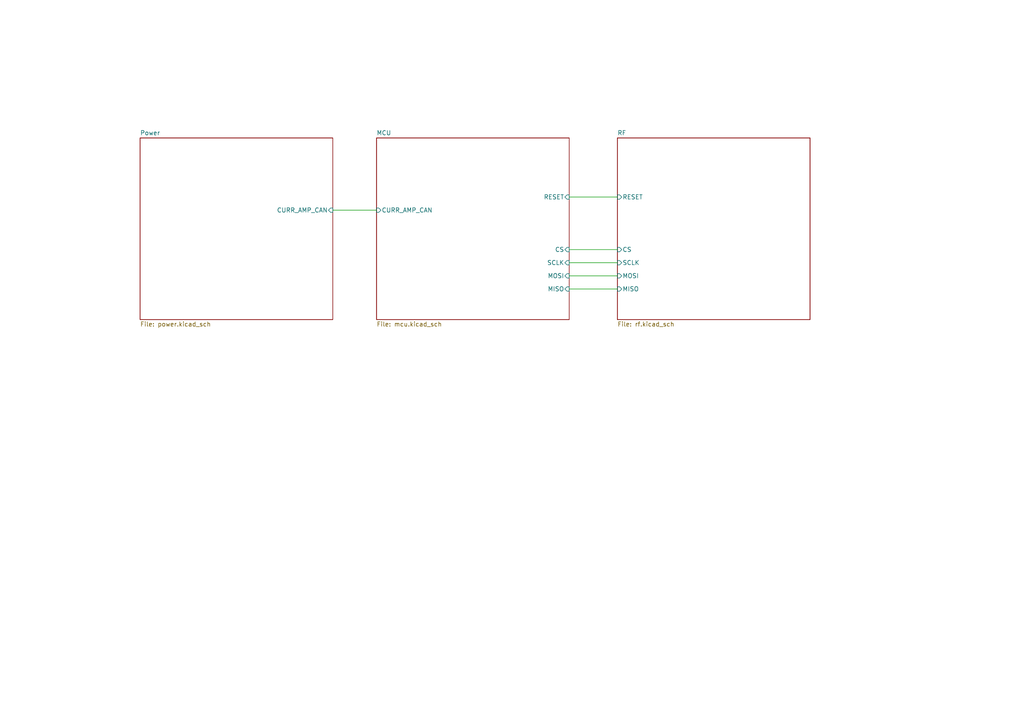
<source format=kicad_sch>
(kicad_sch
	(version 20250114)
	(generator "eeschema")
	(generator_version "9.0")
	(uuid "dba0825d-f4bc-4750-857e-1e3e550de350")
	(paper "A4")
	(lib_symbols)
	(wire
		(pts
			(xy 165.1 76.2) (xy 179.07 76.2)
		)
		(stroke
			(width 0)
			(type default)
		)
		(uuid "0623539d-dd8d-402b-808b-886ae059ffe2")
	)
	(wire
		(pts
			(xy 165.1 83.82) (xy 179.07 83.82)
		)
		(stroke
			(width 0)
			(type default)
		)
		(uuid "151ee411-b281-4111-b7e7-744055647605")
	)
	(wire
		(pts
			(xy 165.1 57.15) (xy 179.07 57.15)
		)
		(stroke
			(width 0)
			(type default)
		)
		(uuid "1b0eb322-be53-4d35-a2b6-3a49c06f8eb8")
	)
	(wire
		(pts
			(xy 165.1 72.39) (xy 179.07 72.39)
		)
		(stroke
			(width 0)
			(type default)
		)
		(uuid "8c8829ec-7ba2-4ea4-8c41-0100690f0ee3")
	)
	(wire
		(pts
			(xy 96.52 60.96) (xy 109.22 60.96)
		)
		(stroke
			(width 0)
			(type default)
		)
		(uuid "ed162f2b-764a-4dc1-8e71-0495f7320477")
	)
	(wire
		(pts
			(xy 165.1 80.01) (xy 179.07 80.01)
		)
		(stroke
			(width 0)
			(type default)
		)
		(uuid "fd54227e-4d95-4def-a324-514098c3c49b")
	)
	(sheet
		(at 179.07 40.005)
		(size 55.88 52.705)
		(exclude_from_sim no)
		(in_bom yes)
		(on_board yes)
		(dnp no)
		(fields_autoplaced yes)
		(stroke
			(width 0.1524)
			(type solid)
		)
		(fill
			(color 0 0 0 0.0000)
		)
		(uuid "5ae4edbf-f10b-4963-80d7-77d9dc986325")
		(property "Sheetname" "RF"
			(at 179.07 39.2934 0)
			(effects
				(font
					(size 1.27 1.27)
				)
				(justify left bottom)
			)
		)
		(property "Sheetfile" "rf.kicad_sch"
			(at 179.07 93.2946 0)
			(effects
				(font
					(size 1.27 1.27)
				)
				(justify left top)
			)
		)
		(pin "RESET" input
			(at 179.07 57.15 180)
			(uuid "9def7a41-ef16-496e-88dc-2a7ffd3836ac")
			(effects
				(font
					(size 1.27 1.27)
				)
				(justify left)
			)
		)
		(pin "MISO" input
			(at 179.07 83.82 180)
			(uuid "a4a144b0-b3dd-4ebf-88f0-e9a1007eedb2")
			(effects
				(font
					(size 1.27 1.27)
				)
				(justify left)
			)
		)
		(pin "SCLK" input
			(at 179.07 76.2 180)
			(uuid "2ebca6d2-7092-48d6-bf3c-00cc23e5f917")
			(effects
				(font
					(size 1.27 1.27)
				)
				(justify left)
			)
		)
		(pin "MOSI" input
			(at 179.07 80.01 180)
			(uuid "942c3e94-f84f-4ae1-9436-7e2849b8ae03")
			(effects
				(font
					(size 1.27 1.27)
				)
				(justify left)
			)
		)
		(pin "CS" input
			(at 179.07 72.39 180)
			(uuid "25b2ab82-b7fd-4b0c-b217-1a87c4195fc6")
			(effects
				(font
					(size 1.27 1.27)
				)
				(justify left)
			)
		)
		(instances
			(project "LTT"
				(path "/dba0825d-f4bc-4750-857e-1e3e550de350"
					(page "3")
				)
			)
		)
	)
	(sheet
		(at 40.64 40.005)
		(size 55.88 52.705)
		(exclude_from_sim no)
		(in_bom yes)
		(on_board yes)
		(dnp no)
		(fields_autoplaced yes)
		(stroke
			(width 0.1524)
			(type solid)
		)
		(fill
			(color 0 0 0 0.0000)
		)
		(uuid "d6cfeff6-3ca9-4b06-a7a7-9dadf88ba24f")
		(property "Sheetname" "Power"
			(at 40.64 39.2934 0)
			(effects
				(font
					(size 1.27 1.27)
				)
				(justify left bottom)
			)
		)
		(property "Sheetfile" "power.kicad_sch"
			(at 40.64 93.2946 0)
			(effects
				(font
					(size 1.27 1.27)
				)
				(justify left top)
			)
		)
		(pin "CURR_AMP_CAN" input
			(at 96.52 60.96 0)
			(uuid "6bc53663-57e3-492b-92db-adb90e9ad46d")
			(effects
				(font
					(size 1.27 1.27)
				)
				(justify right)
			)
		)
		(instances
			(project "LTT"
				(path "/dba0825d-f4bc-4750-857e-1e3e550de350"
					(page "4")
				)
			)
		)
	)
	(sheet
		(at 109.22 40.005)
		(size 55.88 52.705)
		(exclude_from_sim no)
		(in_bom yes)
		(on_board yes)
		(dnp no)
		(fields_autoplaced yes)
		(stroke
			(width 0.1524)
			(type solid)
		)
		(fill
			(color 0 0 0 0.0000)
		)
		(uuid "deb1315d-c738-4804-b21b-d33bc6e28c3c")
		(property "Sheetname" "MCU"
			(at 109.22 39.2934 0)
			(effects
				(font
					(size 1.27 1.27)
				)
				(justify left bottom)
			)
		)
		(property "Sheetfile" "mcu.kicad_sch"
			(at 109.22 93.2946 0)
			(effects
				(font
					(size 1.27 1.27)
				)
				(justify left top)
			)
		)
		(pin "SCLK" input
			(at 165.1 76.2 0)
			(uuid "a9be4711-24c9-4d12-8b25-7d8382f5e649")
			(effects
				(font
					(size 1.27 1.27)
				)
				(justify right)
			)
		)
		(pin "MOSI" input
			(at 165.1 80.01 0)
			(uuid "e5129397-e7e7-4cf5-b7bb-b5881a12acb8")
			(effects
				(font
					(size 1.27 1.27)
				)
				(justify right)
			)
		)
		(pin "CS" input
			(at 165.1 72.39 0)
			(uuid "a8ca346c-dcc4-48fe-94e2-8bc37c75541b")
			(effects
				(font
					(size 1.27 1.27)
				)
				(justify right)
			)
		)
		(pin "MISO" input
			(at 165.1 83.82 0)
			(uuid "933eb5f4-dd1c-402f-ac63-b19380ef6f41")
			(effects
				(font
					(size 1.27 1.27)
				)
				(justify right)
			)
		)
		(pin "RESET" input
			(at 165.1 57.15 0)
			(uuid "cd1d9b63-1d56-457a-93b4-a7ee5e13df2f")
			(effects
				(font
					(size 1.27 1.27)
				)
				(justify right)
			)
		)
		(pin "CURR_AMP_CAN" input
			(at 109.22 60.96 180)
			(uuid "1bcac7cb-1d02-46be-95a0-e3c5c8a45649")
			(effects
				(font
					(size 1.27 1.27)
				)
				(justify left)
			)
		)
		(instances
			(project "LTT"
				(path "/dba0825d-f4bc-4750-857e-1e3e550de350"
					(page "2")
				)
			)
		)
	)
	(sheet_instances
		(path "/"
			(page "1")
		)
	)
	(embedded_fonts no)
)

</source>
